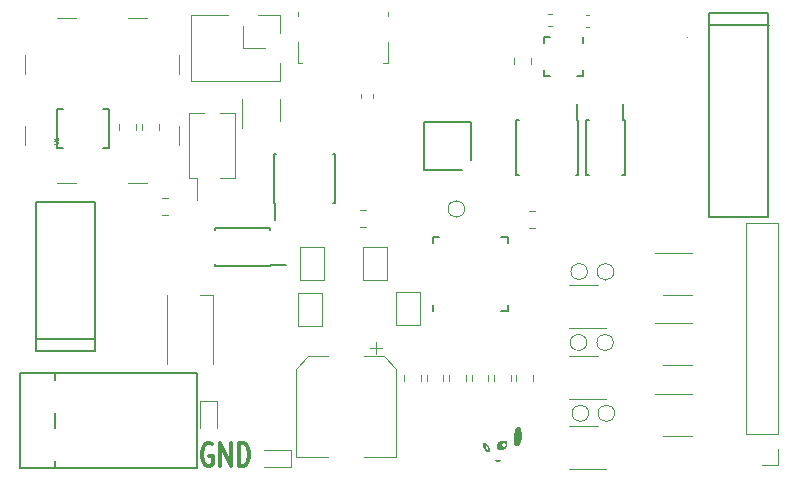
<source format=gbr>
G04 #@! TF.GenerationSoftware,KiCad,Pcbnew,5.1.5-52549c5~84~ubuntu18.04.1*
G04 #@! TF.CreationDate,2020-04-16T13:53:27+02:00*
G04 #@! TF.ProjectId,board,626f6172-642e-46b6-9963-61645f706362,rev?*
G04 #@! TF.SameCoordinates,Original*
G04 #@! TF.FileFunction,Legend,Top*
G04 #@! TF.FilePolarity,Positive*
%FSLAX46Y46*%
G04 Gerber Fmt 4.6, Leading zero omitted, Abs format (unit mm)*
G04 Created by KiCad (PCBNEW 5.1.5-52549c5~84~ubuntu18.04.1) date 2020-04-16 13:53:27*
%MOMM*%
%LPD*%
G04 APERTURE LIST*
%ADD10C,0.300000*%
%ADD11C,0.120000*%
%ADD12C,0.150000*%
%ADD13C,0.127000*%
%ADD14C,0.152400*%
%ADD15C,0.010000*%
%ADD16C,0.060000*%
%ADD17C,0.100000*%
%ADD18C,0.050000*%
G04 APERTURE END LIST*
D10*
X109417142Y-136670000D02*
X109274285Y-136574761D01*
X109060000Y-136574761D01*
X108845714Y-136670000D01*
X108702857Y-136860476D01*
X108631428Y-137050952D01*
X108560000Y-137431904D01*
X108560000Y-137717619D01*
X108631428Y-138098571D01*
X108702857Y-138289047D01*
X108845714Y-138479523D01*
X109060000Y-138574761D01*
X109202857Y-138574761D01*
X109417142Y-138479523D01*
X109488571Y-138384285D01*
X109488571Y-137717619D01*
X109202857Y-137717619D01*
X110131428Y-138574761D02*
X110131428Y-136574761D01*
X110988571Y-138574761D01*
X110988571Y-136574761D01*
X111702857Y-138574761D02*
X111702857Y-136574761D01*
X112060000Y-136574761D01*
X112274285Y-136670000D01*
X112417142Y-136860476D01*
X112488571Y-137050952D01*
X112560000Y-137431904D01*
X112560000Y-137717619D01*
X112488571Y-138098571D01*
X112417142Y-138289047D01*
X112274285Y-138479523D01*
X112060000Y-138574761D01*
X111702857Y-138574761D01*
D11*
X102997000Y-110098578D02*
X102997000Y-109581422D01*
X101577000Y-110098578D02*
X101577000Y-109581422D01*
D12*
X140425000Y-109275000D02*
X140300000Y-109275000D01*
X140425000Y-113925000D02*
X140200000Y-113925000D01*
X135175000Y-113925000D02*
X135400000Y-113925000D01*
X135175000Y-109275000D02*
X135400000Y-109275000D01*
X140425000Y-109275000D02*
X140425000Y-113925000D01*
X135175000Y-109275000D02*
X135175000Y-113925000D01*
X140300000Y-109275000D02*
X140300000Y-107925000D01*
D11*
X96300000Y-100620000D02*
X97900000Y-100620000D01*
X96300000Y-114580000D02*
X97900000Y-114580000D01*
X102300000Y-100620000D02*
X103900000Y-100620000D01*
X102300000Y-114580000D02*
X103900000Y-114580000D01*
X93600000Y-103800000D02*
X93600000Y-105400000D01*
X106600000Y-103800000D02*
X106600000Y-105400000D01*
X93600000Y-109800000D02*
X93600000Y-111400000D01*
X106600000Y-109800000D02*
X106600000Y-111400000D01*
D13*
X99510000Y-127820000D02*
X94500000Y-127820000D01*
X99500000Y-116210000D02*
X94480000Y-116210000D01*
X99500000Y-128830000D02*
X99500000Y-116190000D01*
X94490000Y-128810000D02*
X99490000Y-128810000D01*
X94490000Y-116210000D02*
X94500000Y-128830000D01*
D11*
X104902000Y-110098578D02*
X104902000Y-109581422D01*
X103482000Y-110098578D02*
X103482000Y-109581422D01*
X136241422Y-118410000D02*
X136758578Y-118410000D01*
X136241422Y-116990000D02*
X136758578Y-116990000D01*
D12*
X128150000Y-119150000D02*
X128150000Y-119675000D01*
X134450000Y-119150000D02*
X134450000Y-119675000D01*
X134450000Y-125450000D02*
X134450000Y-124925000D01*
X128150000Y-125450000D02*
X128150000Y-124925000D01*
X134450000Y-119150000D02*
X133925000Y-119150000D01*
X134450000Y-125450000D02*
X133925000Y-125450000D01*
X128150000Y-119150000D02*
X128675000Y-119150000D01*
D11*
X122458578Y-116890000D02*
X121941422Y-116890000D01*
X122458578Y-118310000D02*
X121941422Y-118310000D01*
D12*
X144345000Y-109265000D02*
X144245000Y-109265000D01*
X144345000Y-113915000D02*
X144145000Y-113915000D01*
X141095000Y-113915000D02*
X141295000Y-113915000D01*
X141095000Y-109265000D02*
X141295000Y-109265000D01*
X144345000Y-109265000D02*
X144345000Y-113915000D01*
X141095000Y-109265000D02*
X141095000Y-113915000D01*
X144245000Y-109265000D02*
X144245000Y-107915000D01*
D11*
X142750000Y-132850000D02*
X139620000Y-132850000D01*
X142080000Y-129250000D02*
X139620000Y-129250000D01*
D14*
X96772800Y-108293600D02*
X96315600Y-108293600D01*
X100227200Y-111646400D02*
X100684400Y-111646400D01*
X100684400Y-111646400D02*
X100684400Y-108293600D01*
X100684400Y-108293600D02*
X100227200Y-108293600D01*
X96315600Y-108293600D02*
X96315600Y-111646400D01*
X96315600Y-111646400D02*
X96772800Y-111646400D01*
D11*
X129010000Y-130841422D02*
X129010000Y-131358578D01*
X127590000Y-130841422D02*
X127590000Y-131358578D01*
X133290000Y-130841422D02*
X133290000Y-131358578D01*
X134710000Y-130841422D02*
X134710000Y-131358578D01*
X132810000Y-130841422D02*
X132810000Y-131358578D01*
X131390000Y-130841422D02*
X131390000Y-131358578D01*
X136410000Y-104041422D02*
X136410000Y-104558578D01*
X134990000Y-104041422D02*
X134990000Y-104558578D01*
D12*
X140799999Y-105500001D02*
X140299999Y-105500001D01*
X137549999Y-102250001D02*
X138049999Y-102250001D01*
X137549999Y-105500001D02*
X138049999Y-105500001D01*
X140799999Y-102250001D02*
X140799999Y-102750001D01*
X137549999Y-102250001D02*
X137549999Y-102750001D01*
X137549999Y-105500001D02*
X137549999Y-105000001D01*
X140799999Y-105500001D02*
X140799999Y-105000001D01*
D11*
X108365000Y-133015000D02*
X108365000Y-135300000D01*
X109835000Y-133015000D02*
X108365000Y-133015000D01*
X109835000Y-135300000D02*
X109835000Y-133015000D01*
X157330000Y-138439200D02*
X156000000Y-138439200D01*
X157330000Y-137109200D02*
X157330000Y-138439200D01*
X157330000Y-135839200D02*
X154670000Y-135839200D01*
X154670000Y-135839200D02*
X154670000Y-117999200D01*
X157330000Y-135839200D02*
X157330000Y-117999200D01*
X157330000Y-117999200D02*
X154670000Y-117999200D01*
D12*
X108150000Y-130700000D02*
X93150000Y-130700000D01*
X108150000Y-138700000D02*
X108150000Y-130700000D01*
X93150000Y-138700000D02*
X108150000Y-138700000D01*
X93150000Y-130700000D02*
X93150000Y-138700000D01*
X96150000Y-138700000D02*
X96150000Y-138100000D01*
X96150000Y-135300000D02*
X96150000Y-134100000D01*
X96150000Y-130700000D02*
X96150000Y-131300000D01*
D11*
X142750000Y-126855000D02*
X139620000Y-126855000D01*
X142080000Y-123255000D02*
X139620000Y-123255000D01*
X146900000Y-120500000D02*
X150030000Y-120500000D01*
X147570000Y-124100000D02*
X150030000Y-124100000D01*
X146900000Y-126450000D02*
X150030000Y-126450000D01*
X147570000Y-130050000D02*
X150030000Y-130050000D01*
X142750000Y-138800000D02*
X139620000Y-138800000D01*
X142080000Y-135200000D02*
X139620000Y-135200000D01*
X146900000Y-132450000D02*
X150030000Y-132450000D01*
X147570000Y-136050000D02*
X150030000Y-136050000D01*
X125690000Y-130841422D02*
X125690000Y-131358578D01*
X127110000Y-130841422D02*
X127110000Y-131358578D01*
X129490000Y-130841422D02*
X129490000Y-131358578D01*
X130910000Y-130841422D02*
X130910000Y-131358578D01*
X105580000Y-129960000D02*
X105580000Y-124060000D01*
X109480000Y-129960000D02*
X109480000Y-124060000D01*
X109480000Y-124060000D02*
X108405000Y-124060000D01*
X141200000Y-122100000D02*
G75*
G03X141200000Y-122100000I-700000J0D01*
G01*
X143434000Y-122116000D02*
G75*
G03X143434000Y-122116000I-700000J0D01*
G01*
X141148000Y-128100000D02*
G75*
G03X141148000Y-128100000I-700000J0D01*
G01*
X143400000Y-128100000D02*
G75*
G03X143400000Y-128100000I-700000J0D01*
G01*
X141300000Y-134100000D02*
G75*
G03X141300000Y-134100000I-700000J0D01*
G01*
X143500000Y-134100000D02*
G75*
G03X143500000Y-134100000I-700000J0D01*
G01*
X110785000Y-100400000D02*
X107670000Y-100400000D01*
X107670000Y-100400000D02*
X107670000Y-106000000D01*
X115170000Y-106000000D02*
X107670000Y-106000000D01*
X115170000Y-104470000D02*
X115170000Y-106000000D01*
X113925000Y-103200000D02*
X112055000Y-103200000D01*
X112055000Y-103200000D02*
X112055000Y-101330000D01*
X113325000Y-100400000D02*
X115170000Y-100400000D01*
X115170000Y-100400000D02*
X115170000Y-101930000D01*
X136610000Y-130841422D02*
X136610000Y-131358578D01*
X135190000Y-130841422D02*
X135190000Y-131358578D01*
D15*
G36*
X134078423Y-136401777D02*
G01*
X134116263Y-136405066D01*
X134136759Y-136408897D01*
X134188390Y-136425874D01*
X134233060Y-136449654D01*
X134270646Y-136479527D01*
X134301024Y-136514781D01*
X134324071Y-136554703D01*
X134339661Y-136598583D01*
X134347672Y-136645708D01*
X134347980Y-136695366D01*
X134340461Y-136746846D01*
X134324990Y-136799436D01*
X134301445Y-136852424D01*
X134269701Y-136905099D01*
X134231669Y-136954398D01*
X134182024Y-137005506D01*
X134127034Y-137050255D01*
X134067863Y-137088142D01*
X134005678Y-137118666D01*
X133941645Y-137141325D01*
X133876929Y-137155617D01*
X133812695Y-137161041D01*
X133758218Y-137158169D01*
X133703393Y-137147107D01*
X133654297Y-137128036D01*
X133611371Y-137101148D01*
X133592887Y-137085333D01*
X133561140Y-137051436D01*
X133538000Y-137016962D01*
X133522118Y-136979320D01*
X133512141Y-136935916D01*
X133510986Y-136928145D01*
X133508426Y-136873755D01*
X133515286Y-136818691D01*
X133530934Y-136763752D01*
X133544275Y-136733475D01*
X133909164Y-136733475D01*
X133911545Y-136755112D01*
X133924506Y-136799304D01*
X133945689Y-136838657D01*
X133974198Y-136872122D01*
X134009137Y-136898653D01*
X134049610Y-136917204D01*
X134050453Y-136917481D01*
X134070411Y-136921460D01*
X134097461Y-136923152D01*
X134115684Y-136922976D01*
X134139938Y-136921571D01*
X134158324Y-136918634D01*
X134175122Y-136913176D01*
X134192690Y-136905155D01*
X134229679Y-136881788D01*
X134260282Y-136851948D01*
X134283754Y-136817048D01*
X134299349Y-136778504D01*
X134306322Y-136737728D01*
X134303925Y-136696134D01*
X134303670Y-136694722D01*
X134290966Y-136652824D01*
X134269644Y-136614438D01*
X134240985Y-136581215D01*
X134206270Y-136554806D01*
X134187445Y-136544858D01*
X134157518Y-136535350D01*
X134122396Y-136530786D01*
X134085790Y-136531225D01*
X134051413Y-136536724D01*
X134033531Y-136542426D01*
X133998383Y-136561486D01*
X133967691Y-136587944D01*
X133942440Y-136620087D01*
X133923613Y-136656199D01*
X133912193Y-136694567D01*
X133909164Y-136733475D01*
X133544275Y-136733475D01*
X133554736Y-136709736D01*
X133586061Y-136657441D01*
X133624274Y-136607666D01*
X133668745Y-136561207D01*
X133718840Y-136518864D01*
X133773926Y-136481434D01*
X133833370Y-136449716D01*
X133896541Y-136424507D01*
X133914886Y-136418701D01*
X133951263Y-136410238D01*
X133992757Y-136404503D01*
X134036199Y-136401636D01*
X134078423Y-136401777D01*
G37*
X134078423Y-136401777D02*
X134116263Y-136405066D01*
X134136759Y-136408897D01*
X134188390Y-136425874D01*
X134233060Y-136449654D01*
X134270646Y-136479527D01*
X134301024Y-136514781D01*
X134324071Y-136554703D01*
X134339661Y-136598583D01*
X134347672Y-136645708D01*
X134347980Y-136695366D01*
X134340461Y-136746846D01*
X134324990Y-136799436D01*
X134301445Y-136852424D01*
X134269701Y-136905099D01*
X134231669Y-136954398D01*
X134182024Y-137005506D01*
X134127034Y-137050255D01*
X134067863Y-137088142D01*
X134005678Y-137118666D01*
X133941645Y-137141325D01*
X133876929Y-137155617D01*
X133812695Y-137161041D01*
X133758218Y-137158169D01*
X133703393Y-137147107D01*
X133654297Y-137128036D01*
X133611371Y-137101148D01*
X133592887Y-137085333D01*
X133561140Y-137051436D01*
X133538000Y-137016962D01*
X133522118Y-136979320D01*
X133512141Y-136935916D01*
X133510986Y-136928145D01*
X133508426Y-136873755D01*
X133515286Y-136818691D01*
X133530934Y-136763752D01*
X133544275Y-136733475D01*
X133909164Y-136733475D01*
X133911545Y-136755112D01*
X133924506Y-136799304D01*
X133945689Y-136838657D01*
X133974198Y-136872122D01*
X134009137Y-136898653D01*
X134049610Y-136917204D01*
X134050453Y-136917481D01*
X134070411Y-136921460D01*
X134097461Y-136923152D01*
X134115684Y-136922976D01*
X134139938Y-136921571D01*
X134158324Y-136918634D01*
X134175122Y-136913176D01*
X134192690Y-136905155D01*
X134229679Y-136881788D01*
X134260282Y-136851948D01*
X134283754Y-136817048D01*
X134299349Y-136778504D01*
X134306322Y-136737728D01*
X134303925Y-136696134D01*
X134303670Y-136694722D01*
X134290966Y-136652824D01*
X134269644Y-136614438D01*
X134240985Y-136581215D01*
X134206270Y-136554806D01*
X134187445Y-136544858D01*
X134157518Y-136535350D01*
X134122396Y-136530786D01*
X134085790Y-136531225D01*
X134051413Y-136536724D01*
X134033531Y-136542426D01*
X133998383Y-136561486D01*
X133967691Y-136587944D01*
X133942440Y-136620087D01*
X133923613Y-136656199D01*
X133912193Y-136694567D01*
X133909164Y-136733475D01*
X133544275Y-136733475D01*
X133554736Y-136709736D01*
X133586061Y-136657441D01*
X133624274Y-136607666D01*
X133668745Y-136561207D01*
X133718840Y-136518864D01*
X133773926Y-136481434D01*
X133833370Y-136449716D01*
X133896541Y-136424507D01*
X133914886Y-136418701D01*
X133951263Y-136410238D01*
X133992757Y-136404503D01*
X134036199Y-136401636D01*
X134078423Y-136401777D01*
G36*
X132453665Y-136592400D02*
G01*
X132471199Y-136594815D01*
X132487879Y-136600076D01*
X132506678Y-136608404D01*
X132556544Y-136636810D01*
X132606028Y-136674026D01*
X132654186Y-136718713D01*
X132700077Y-136769536D01*
X132742757Y-136825158D01*
X132781285Y-136884244D01*
X132814717Y-136945456D01*
X132842112Y-137007459D01*
X132862526Y-137068917D01*
X132875018Y-137128492D01*
X132875381Y-137131129D01*
X132878149Y-137174196D01*
X132874456Y-137212257D01*
X132864593Y-137244427D01*
X132848853Y-137269822D01*
X132827525Y-137287556D01*
X132823187Y-137289832D01*
X132795219Y-137298318D01*
X132763409Y-137299581D01*
X132731189Y-137293488D01*
X132730740Y-137293346D01*
X132687203Y-137275057D01*
X132642270Y-137247842D01*
X132596881Y-137212665D01*
X132551976Y-137170487D01*
X132508495Y-137122272D01*
X132467378Y-137068982D01*
X132429565Y-137011579D01*
X132395996Y-136951026D01*
X132395540Y-136950119D01*
X132370181Y-136895845D01*
X132361711Y-136873574D01*
X132515284Y-136873574D01*
X132515543Y-136901315D01*
X132518121Y-136929311D01*
X132522567Y-136952702D01*
X132532407Y-136982865D01*
X132546999Y-137017156D01*
X132564535Y-137051944D01*
X132583208Y-137083596D01*
X132598382Y-137105022D01*
X132629895Y-137140806D01*
X132661152Y-137168895D01*
X132691506Y-137189000D01*
X132720309Y-137200834D01*
X132746913Y-137204109D01*
X132770670Y-137198538D01*
X132786133Y-137188466D01*
X132800767Y-137171999D01*
X132810019Y-137152003D01*
X132814606Y-137126313D01*
X132815402Y-137100316D01*
X132811584Y-137061085D01*
X132801587Y-137020767D01*
X132786265Y-136980451D01*
X132766466Y-136941228D01*
X132743042Y-136904188D01*
X132716844Y-136870421D01*
X132688723Y-136841018D01*
X132659529Y-136817069D01*
X132630113Y-136799664D01*
X132601326Y-136789894D01*
X132574019Y-136788849D01*
X132572521Y-136789075D01*
X132550226Y-136797610D01*
X132531870Y-136814429D01*
X132521805Y-136831686D01*
X132517365Y-136849295D01*
X132515284Y-136873574D01*
X132361711Y-136873574D01*
X132351505Y-136846742D01*
X132338956Y-136800850D01*
X132331980Y-136756209D01*
X132330024Y-136718820D01*
X132330147Y-136693734D01*
X132331356Y-136675780D01*
X132334108Y-136661950D01*
X132338861Y-136649235D01*
X132341443Y-136643751D01*
X132352212Y-136626421D01*
X132365671Y-136610733D01*
X132371471Y-136605651D01*
X132381774Y-136598608D01*
X132391873Y-136594452D01*
X132404939Y-136592443D01*
X132424145Y-136591838D01*
X132430641Y-136591820D01*
X132453665Y-136592400D01*
G37*
X132453665Y-136592400D02*
X132471199Y-136594815D01*
X132487879Y-136600076D01*
X132506678Y-136608404D01*
X132556544Y-136636810D01*
X132606028Y-136674026D01*
X132654186Y-136718713D01*
X132700077Y-136769536D01*
X132742757Y-136825158D01*
X132781285Y-136884244D01*
X132814717Y-136945456D01*
X132842112Y-137007459D01*
X132862526Y-137068917D01*
X132875018Y-137128492D01*
X132875381Y-137131129D01*
X132878149Y-137174196D01*
X132874456Y-137212257D01*
X132864593Y-137244427D01*
X132848853Y-137269822D01*
X132827525Y-137287556D01*
X132823187Y-137289832D01*
X132795219Y-137298318D01*
X132763409Y-137299581D01*
X132731189Y-137293488D01*
X132730740Y-137293346D01*
X132687203Y-137275057D01*
X132642270Y-137247842D01*
X132596881Y-137212665D01*
X132551976Y-137170487D01*
X132508495Y-137122272D01*
X132467378Y-137068982D01*
X132429565Y-137011579D01*
X132395996Y-136951026D01*
X132395540Y-136950119D01*
X132370181Y-136895845D01*
X132361711Y-136873574D01*
X132515284Y-136873574D01*
X132515543Y-136901315D01*
X132518121Y-136929311D01*
X132522567Y-136952702D01*
X132532407Y-136982865D01*
X132546999Y-137017156D01*
X132564535Y-137051944D01*
X132583208Y-137083596D01*
X132598382Y-137105022D01*
X132629895Y-137140806D01*
X132661152Y-137168895D01*
X132691506Y-137189000D01*
X132720309Y-137200834D01*
X132746913Y-137204109D01*
X132770670Y-137198538D01*
X132786133Y-137188466D01*
X132800767Y-137171999D01*
X132810019Y-137152003D01*
X132814606Y-137126313D01*
X132815402Y-137100316D01*
X132811584Y-137061085D01*
X132801587Y-137020767D01*
X132786265Y-136980451D01*
X132766466Y-136941228D01*
X132743042Y-136904188D01*
X132716844Y-136870421D01*
X132688723Y-136841018D01*
X132659529Y-136817069D01*
X132630113Y-136799664D01*
X132601326Y-136789894D01*
X132574019Y-136788849D01*
X132572521Y-136789075D01*
X132550226Y-136797610D01*
X132531870Y-136814429D01*
X132521805Y-136831686D01*
X132517365Y-136849295D01*
X132515284Y-136873574D01*
X132361711Y-136873574D01*
X132351505Y-136846742D01*
X132338956Y-136800850D01*
X132331980Y-136756209D01*
X132330024Y-136718820D01*
X132330147Y-136693734D01*
X132331356Y-136675780D01*
X132334108Y-136661950D01*
X132338861Y-136649235D01*
X132341443Y-136643751D01*
X132352212Y-136626421D01*
X132365671Y-136610733D01*
X132371471Y-136605651D01*
X132381774Y-136598608D01*
X132391873Y-136594452D01*
X132404939Y-136592443D01*
X132424145Y-136591838D01*
X132430641Y-136591820D01*
X132453665Y-136592400D01*
D16*
G36*
X133784692Y-138031830D02*
G01*
X133788884Y-138037238D01*
X133789842Y-138045434D01*
X133785424Y-138050854D01*
X133773375Y-138058710D01*
X133755655Y-138068093D01*
X133734225Y-138078090D01*
X133711046Y-138087791D01*
X133688078Y-138096284D01*
X133667282Y-138102659D01*
X133665917Y-138103013D01*
X133622856Y-138110486D01*
X133574361Y-138112860D01*
X133523785Y-138110138D01*
X133477500Y-138102965D01*
X133450200Y-138097186D01*
X133431309Y-138092973D01*
X133419286Y-138089840D01*
X133412588Y-138087302D01*
X133409673Y-138084876D01*
X133408999Y-138082076D01*
X133408997Y-138081433D01*
X133410026Y-138073727D01*
X133413898Y-138069084D01*
X133422140Y-138067369D01*
X133436276Y-138068449D01*
X133457832Y-138072190D01*
X133474960Y-138075657D01*
X133533922Y-138085109D01*
X133587388Y-138087441D01*
X133637312Y-138082442D01*
X133685646Y-138069901D01*
X133734342Y-138049609D01*
X133739221Y-138047188D01*
X133761207Y-138036758D01*
X133775915Y-138031654D01*
X133784692Y-138031830D01*
G37*
X133784692Y-138031830D02*
X133788884Y-138037238D01*
X133789842Y-138045434D01*
X133785424Y-138050854D01*
X133773375Y-138058710D01*
X133755655Y-138068093D01*
X133734225Y-138078090D01*
X133711046Y-138087791D01*
X133688078Y-138096284D01*
X133667282Y-138102659D01*
X133665917Y-138103013D01*
X133622856Y-138110486D01*
X133574361Y-138112860D01*
X133523785Y-138110138D01*
X133477500Y-138102965D01*
X133450200Y-138097186D01*
X133431309Y-138092973D01*
X133419286Y-138089840D01*
X133412588Y-138087302D01*
X133409673Y-138084876D01*
X133408999Y-138082076D01*
X133408997Y-138081433D01*
X133410026Y-138073727D01*
X133413898Y-138069084D01*
X133422140Y-138067369D01*
X133436276Y-138068449D01*
X133457832Y-138072190D01*
X133474960Y-138075657D01*
X133533922Y-138085109D01*
X133587388Y-138087441D01*
X133637312Y-138082442D01*
X133685646Y-138069901D01*
X133734342Y-138049609D01*
X133739221Y-138047188D01*
X133761207Y-138036758D01*
X133775915Y-138031654D01*
X133784692Y-138031830D01*
D13*
X156500000Y-117490000D02*
X156500000Y-100170000D01*
X156500000Y-100170000D02*
X151500000Y-100170000D01*
X151500000Y-100170000D02*
X151500000Y-117490000D01*
X151500000Y-117490000D02*
X156500000Y-117490000D01*
X151460000Y-101210000D02*
X156540000Y-101210000D01*
D11*
X115210000Y-109320000D02*
X115210000Y-107520000D01*
X111990000Y-107520000D02*
X111990000Y-109970000D01*
D12*
X114325000Y-121525000D02*
X115675000Y-121525000D01*
X114325000Y-118375000D02*
X109675000Y-118375000D01*
X114325000Y-121625000D02*
X109675000Y-121625000D01*
X114325000Y-118375000D02*
X114325000Y-118575000D01*
X109675000Y-118375000D02*
X109675000Y-118575000D01*
X109675000Y-121625000D02*
X109675000Y-121425000D01*
X114325000Y-121625000D02*
X114325000Y-121525000D01*
D11*
X116660000Y-104470000D02*
X117040000Y-104470000D01*
X116660000Y-100420000D02*
X116660000Y-100160000D01*
X116660000Y-104470000D02*
X116660000Y-102700000D01*
X124280000Y-104470000D02*
X123900000Y-104470000D01*
X124280000Y-102700000D02*
X124280000Y-104470000D01*
X124280000Y-100160000D02*
X124280000Y-100420000D01*
D12*
X114695000Y-116325000D02*
X114745000Y-116325000D01*
X114695000Y-112175000D02*
X114840000Y-112175000D01*
X119845000Y-112175000D02*
X119700000Y-112175000D01*
X119845000Y-116325000D02*
X119700000Y-116325000D01*
X114695000Y-116325000D02*
X114695000Y-112175000D01*
X119845000Y-116325000D02*
X119845000Y-112175000D01*
X114745000Y-116325000D02*
X114745000Y-117725000D01*
D11*
X116085000Y-137165000D02*
X113800000Y-137165000D01*
X116085000Y-138635000D02*
X116085000Y-137165000D01*
X113800000Y-138635000D02*
X116085000Y-138635000D01*
X121990000Y-107412779D02*
X121990000Y-107087221D01*
X123010000Y-107412779D02*
X123010000Y-107087221D01*
X130800000Y-116800000D02*
G75*
G03X130800000Y-116800000I-700000J0D01*
G01*
X105718578Y-117290000D02*
X105201422Y-117290000D01*
X105718578Y-115870000D02*
X105201422Y-115870000D01*
D17*
X148450000Y-102290000D02*
G75*
G03X148450000Y-102290000I-50000J0D01*
G01*
X149650000Y-102290000D02*
G75*
G03X149650000Y-102290000I-50000J0D01*
G01*
D11*
X118700000Y-123900000D02*
X118700000Y-126700000D01*
X118700000Y-126700000D02*
X116700000Y-126700000D01*
X116700000Y-126700000D02*
X116700000Y-123900000D01*
X116700000Y-123900000D02*
X118700000Y-123900000D01*
X118900000Y-122800000D02*
X116900000Y-122800000D01*
X118900000Y-120000000D02*
X118900000Y-122800000D01*
X116900000Y-120000000D02*
X118900000Y-120000000D01*
X116900000Y-122800000D02*
X116900000Y-120000000D01*
X125000000Y-123800000D02*
X127000000Y-123800000D01*
X125000000Y-126600000D02*
X125000000Y-123800000D01*
X127000000Y-126600000D02*
X125000000Y-126600000D01*
X127000000Y-123800000D02*
X127000000Y-126600000D01*
X122200000Y-122800000D02*
X122200000Y-120000000D01*
X122200000Y-120000000D02*
X124200000Y-120000000D01*
X124200000Y-120000000D02*
X124200000Y-122800000D01*
X124200000Y-122800000D02*
X122200000Y-122800000D01*
X138162779Y-101310000D02*
X137837221Y-101310000D01*
X138162779Y-100290000D02*
X137837221Y-100290000D01*
X141049721Y-101410000D02*
X141375279Y-101410000D01*
X141049721Y-100390000D02*
X141375279Y-100390000D01*
X116500000Y-137800000D02*
X119250000Y-137800000D01*
X125020000Y-137800000D02*
X122270000Y-137800000D01*
X125020000Y-130344437D02*
X125020000Y-137800000D01*
X116500000Y-130344437D02*
X116500000Y-137800000D01*
X117564437Y-129280000D02*
X119250000Y-129280000D01*
X123955563Y-129280000D02*
X122270000Y-129280000D01*
X123955563Y-129280000D02*
X125020000Y-130344437D01*
X117564437Y-129280000D02*
X116500000Y-130344437D01*
X123270000Y-128040000D02*
X123270000Y-129040000D01*
X123770000Y-128540000D02*
X122770000Y-128540000D01*
D15*
G36*
X135338201Y-135229738D02*
G01*
X135358348Y-135231965D01*
X135375863Y-135235564D01*
X135391188Y-135241308D01*
X135404766Y-135249971D01*
X135417039Y-135262324D01*
X135428450Y-135279140D01*
X135439440Y-135301193D01*
X135450453Y-135329255D01*
X135461931Y-135364099D01*
X135474316Y-135406498D01*
X135488050Y-135457225D01*
X135503577Y-135517052D01*
X135504299Y-135519867D01*
X135521506Y-135592474D01*
X135535540Y-135664276D01*
X135546689Y-135737443D01*
X135555238Y-135814150D01*
X135561474Y-135896569D01*
X135565609Y-135984760D01*
X135566717Y-136018405D01*
X135567222Y-136044525D01*
X135566933Y-136065749D01*
X135565658Y-136084703D01*
X135563208Y-136104014D01*
X135559391Y-136126309D01*
X135554016Y-136154217D01*
X135552872Y-136160020D01*
X135536391Y-136238711D01*
X135518865Y-136313406D01*
X135500546Y-136383339D01*
X135481687Y-136447741D01*
X135462541Y-136505845D01*
X135443359Y-136556882D01*
X135424394Y-136600085D01*
X135405900Y-136634686D01*
X135388657Y-136659293D01*
X135377953Y-136672749D01*
X135363677Y-136691717D01*
X135347975Y-136713311D01*
X135337487Y-136728152D01*
X135311986Y-136762275D01*
X135288222Y-136789201D01*
X135266922Y-136808184D01*
X135249823Y-136818106D01*
X135237848Y-136820698D01*
X135220149Y-136822358D01*
X135205639Y-136822712D01*
X135189049Y-136821866D01*
X135173769Y-136819024D01*
X135156746Y-136813303D01*
X135134929Y-136803818D01*
X135125960Y-136799618D01*
X135103192Y-136787894D01*
X135081706Y-136775181D01*
X135064652Y-136763418D01*
X135058199Y-136757955D01*
X135035298Y-136729710D01*
X135015228Y-136691883D01*
X134997972Y-136644420D01*
X134983507Y-136587269D01*
X134974959Y-136541020D01*
X134972442Y-136523764D01*
X134970422Y-136505587D01*
X134968848Y-136485174D01*
X134967672Y-136461208D01*
X134966843Y-136432375D01*
X134966312Y-136397359D01*
X134966029Y-136354844D01*
X134965945Y-136303516D01*
X134965945Y-136302260D01*
X134966068Y-136245778D01*
X134966514Y-136197431D01*
X134967403Y-136155192D01*
X134968857Y-136117037D01*
X134970997Y-136080942D01*
X134973942Y-136044882D01*
X134977814Y-136006833D01*
X134982734Y-135964769D01*
X134988823Y-135916667D01*
X134989068Y-135914778D01*
X134998126Y-135857754D01*
X135010976Y-135795299D01*
X135027031Y-135729301D01*
X135045706Y-135661648D01*
X135066413Y-135594227D01*
X135088565Y-135528927D01*
X135111577Y-135467635D01*
X135134862Y-135412239D01*
X135157832Y-135364626D01*
X135163030Y-135354937D01*
X135190897Y-135310835D01*
X135221983Y-135273517D01*
X135222588Y-135272896D01*
X135245380Y-135251619D01*
X135266068Y-135237902D01*
X135287763Y-135230583D01*
X135313575Y-135228502D01*
X135338201Y-135229738D01*
G37*
X135338201Y-135229738D02*
X135358348Y-135231965D01*
X135375863Y-135235564D01*
X135391188Y-135241308D01*
X135404766Y-135249971D01*
X135417039Y-135262324D01*
X135428450Y-135279140D01*
X135439440Y-135301193D01*
X135450453Y-135329255D01*
X135461931Y-135364099D01*
X135474316Y-135406498D01*
X135488050Y-135457225D01*
X135503577Y-135517052D01*
X135504299Y-135519867D01*
X135521506Y-135592474D01*
X135535540Y-135664276D01*
X135546689Y-135737443D01*
X135555238Y-135814150D01*
X135561474Y-135896569D01*
X135565609Y-135984760D01*
X135566717Y-136018405D01*
X135567222Y-136044525D01*
X135566933Y-136065749D01*
X135565658Y-136084703D01*
X135563208Y-136104014D01*
X135559391Y-136126309D01*
X135554016Y-136154217D01*
X135552872Y-136160020D01*
X135536391Y-136238711D01*
X135518865Y-136313406D01*
X135500546Y-136383339D01*
X135481687Y-136447741D01*
X135462541Y-136505845D01*
X135443359Y-136556882D01*
X135424394Y-136600085D01*
X135405900Y-136634686D01*
X135388657Y-136659293D01*
X135377953Y-136672749D01*
X135363677Y-136691717D01*
X135347975Y-136713311D01*
X135337487Y-136728152D01*
X135311986Y-136762275D01*
X135288222Y-136789201D01*
X135266922Y-136808184D01*
X135249823Y-136818106D01*
X135237848Y-136820698D01*
X135220149Y-136822358D01*
X135205639Y-136822712D01*
X135189049Y-136821866D01*
X135173769Y-136819024D01*
X135156746Y-136813303D01*
X135134929Y-136803818D01*
X135125960Y-136799618D01*
X135103192Y-136787894D01*
X135081706Y-136775181D01*
X135064652Y-136763418D01*
X135058199Y-136757955D01*
X135035298Y-136729710D01*
X135015228Y-136691883D01*
X134997972Y-136644420D01*
X134983507Y-136587269D01*
X134974959Y-136541020D01*
X134972442Y-136523764D01*
X134970422Y-136505587D01*
X134968848Y-136485174D01*
X134967672Y-136461208D01*
X134966843Y-136432375D01*
X134966312Y-136397359D01*
X134966029Y-136354844D01*
X134965945Y-136303516D01*
X134965945Y-136302260D01*
X134966068Y-136245778D01*
X134966514Y-136197431D01*
X134967403Y-136155192D01*
X134968857Y-136117037D01*
X134970997Y-136080942D01*
X134973942Y-136044882D01*
X134977814Y-136006833D01*
X134982734Y-135964769D01*
X134988823Y-135916667D01*
X134989068Y-135914778D01*
X134998126Y-135857754D01*
X135010976Y-135795299D01*
X135027031Y-135729301D01*
X135045706Y-135661648D01*
X135066413Y-135594227D01*
X135088565Y-135528927D01*
X135111577Y-135467635D01*
X135134862Y-135412239D01*
X135157832Y-135364626D01*
X135163030Y-135354937D01*
X135190897Y-135310835D01*
X135221983Y-135273517D01*
X135222588Y-135272896D01*
X135245380Y-135251619D01*
X135266068Y-135237902D01*
X135287763Y-135230583D01*
X135313575Y-135228502D01*
X135338201Y-135229738D01*
D11*
X111385000Y-114190000D02*
X111385000Y-108670000D01*
X108105000Y-116040000D02*
X108105000Y-114190000D01*
X107455000Y-114190000D02*
X108105000Y-114190000D01*
X107455000Y-114190000D02*
X107455000Y-108670000D01*
X107455000Y-108670000D02*
X108724000Y-108670000D01*
X110115000Y-114190000D02*
X111385000Y-114190000D01*
X110115000Y-108670000D02*
X111385000Y-108670000D01*
D12*
X131360000Y-112670000D02*
X131360000Y-109470000D01*
X131360000Y-109470000D02*
X127360000Y-109470000D01*
X127360000Y-109470000D02*
X127360000Y-113470000D01*
X127360000Y-113470000D02*
X130560000Y-113470000D01*
D18*
X96025121Y-111264170D02*
X96280089Y-111264170D01*
X96310086Y-111249172D01*
X96325084Y-111234174D01*
X96340082Y-111204177D01*
X96340082Y-111144185D01*
X96325084Y-111114188D01*
X96310086Y-111099190D01*
X96280089Y-111084192D01*
X96025121Y-111084192D01*
X96340082Y-110769231D02*
X96340082Y-110949209D01*
X96340082Y-110859220D02*
X96025121Y-110859220D01*
X96070115Y-110889216D01*
X96100112Y-110919213D01*
X96115110Y-110949209D01*
M02*

</source>
